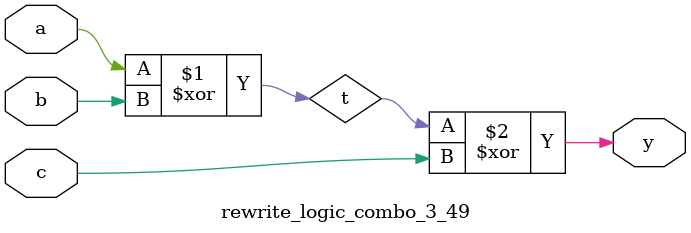
<source format=sv>
module rewrite_logic_combo_3_49(input logic a,b,c, output logic y);
  logic t;
  assign t = a ^ b;
  assign y = t ^ c;
endmodule

</source>
